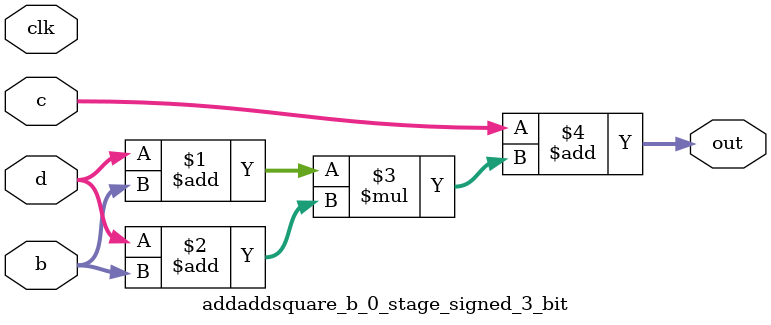
<source format=sv>
(* use_dsp = "yes" *) module addaddsquare_b_0_stage_signed_3_bit(
	input signed [2:0] b,
	input signed [2:0] c,
	input signed [2:0] d,
	output [2:0] out,
	input clk);

	assign out = c + ((d + b) * (d + b));
endmodule

</source>
